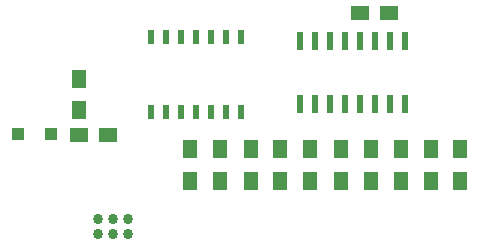
<source format=gbr>
G04 #@! TF.FileFunction,Paste,Top*
%FSLAX46Y46*%
G04 Gerber Fmt 4.6, Leading zero omitted, Abs format (unit mm)*
G04 Created by KiCad (PCBNEW 4.0.7) date 01/22/18 19:47:42*
%MOMM*%
%LPD*%
G01*
G04 APERTURE LIST*
%ADD10C,0.100000*%
%ADD11R,1.300000X1.500000*%
%ADD12R,1.500000X1.250000*%
%ADD13R,1.100000X1.100000*%
%ADD14C,0.863600*%
%ADD15R,0.600000X1.500000*%
%ADD16R,0.508000X1.143000*%
G04 APERTURE END LIST*
D10*
D11*
X154070000Y-68050000D03*
X154070000Y-70750000D03*
X159170000Y-68050000D03*
X159170000Y-70750000D03*
D12*
X137000000Y-66850000D03*
X139500000Y-66850000D03*
X160802000Y-56489600D03*
X163302000Y-56489600D03*
D13*
X134650000Y-66750000D03*
X131850000Y-66750000D03*
D14*
X138670000Y-75219000D03*
X138670000Y-73949000D03*
X139940000Y-73949000D03*
X139940000Y-75219000D03*
X141210000Y-75219000D03*
X141210000Y-73949000D03*
D11*
X137000000Y-62050000D03*
X137000000Y-64750000D03*
X169320000Y-68040000D03*
X169320000Y-70740000D03*
X166800000Y-68030000D03*
X166800000Y-70730000D03*
X164280000Y-68030000D03*
X164280000Y-70730000D03*
X161720000Y-68050000D03*
X161720000Y-70750000D03*
X156620000Y-68050000D03*
X156620000Y-70750000D03*
X151550000Y-68040000D03*
X151550000Y-70740000D03*
X149000000Y-68040000D03*
X149000000Y-70740000D03*
X146450000Y-68050000D03*
X146450000Y-70750000D03*
D15*
X155735000Y-64240000D03*
X157005000Y-64240000D03*
X158275000Y-64240000D03*
X159545000Y-64240000D03*
X160815000Y-64240000D03*
X162085000Y-64240000D03*
X163355000Y-64240000D03*
X164625000Y-64240000D03*
X164625000Y-58840000D03*
X163355000Y-58840000D03*
X162085000Y-58840000D03*
X160815000Y-58840000D03*
X159545000Y-58840000D03*
X158275000Y-58840000D03*
X157005000Y-58840000D03*
X155735000Y-58840000D03*
D16*
X143129000Y-64871600D03*
X144399000Y-64871600D03*
X145669000Y-64871600D03*
X146939000Y-64871600D03*
X148209000Y-64871600D03*
X149479000Y-64871600D03*
X150749000Y-64871600D03*
X150749000Y-58521600D03*
X149479000Y-58521600D03*
X146939000Y-58521600D03*
X145669000Y-58521600D03*
X144399000Y-58521600D03*
X143129000Y-58521600D03*
X148209000Y-58521600D03*
M02*

</source>
